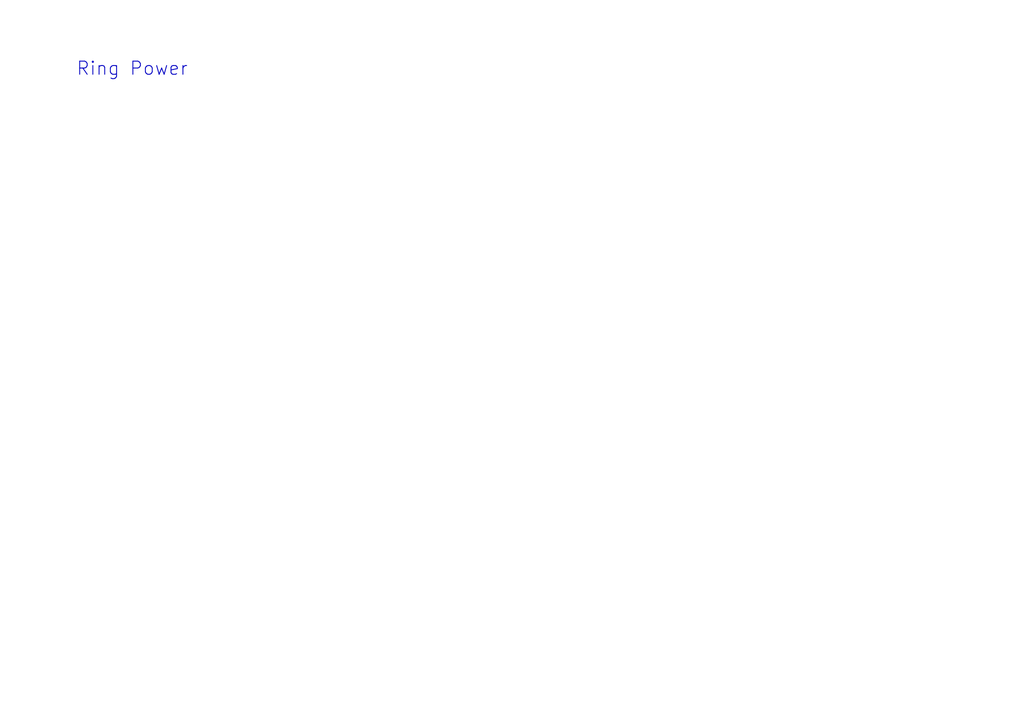
<source format=kicad_sch>
(kicad_sch
	(version 20250114)
	(generator "eeschema")
	(generator_version "9.0")
	(uuid "cca7d72d-33a7-4d5e-841a-76e1607d17ac")
	(paper "A4")
	(lib_symbols)
	(text "Ring Power\n\n"
		(exclude_from_sim no)
		(at 38.354 23.114 0)
		(effects
			(font
				(size 3.81 3.81)
				(thickness 0.254)
				(bold yes)
			)
		)
		(uuid "673006a0-f169-4108-a218-f804a4bcbfb1")
	)
)

</source>
